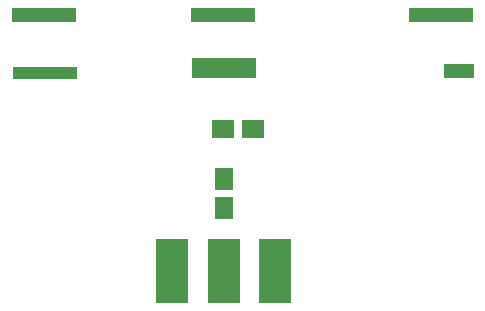
<source format=gbr>
G04 #@! TF.FileFunction,Soldermask,Top*
%FSLAX46Y46*%
G04 Gerber Fmt 4.6, Leading zero omitted, Abs format (unit mm)*
G04 Created by KiCad (PCBNEW 4.0.5) date 05/07/17 17:06:23*
%MOMM*%
%LPD*%
G01*
G04 APERTURE LIST*
%ADD10C,0.100000*%
%ADD11R,2.690000X5.480000*%
%ADD12R,2.820000X5.480000*%
%ADD13R,5.530000X1.290000*%
%ADD14R,2.560000X1.290000*%
%ADD15R,5.530000X1.790000*%
%ADD16R,5.530000X1.030000*%
%ADD17R,1.900000X1.650000*%
%ADD18R,1.650000X1.900000*%
G04 APERTURE END LIST*
D10*
D11*
X28500000Y2980000D03*
D12*
X24120000Y2980000D03*
X32880000Y2980000D03*
D13*
X28401100Y24696400D03*
D14*
X48401100Y19896400D03*
D15*
X28501100Y20146400D03*
D16*
X13401100Y19746400D03*
D13*
X46901100Y24696400D03*
X13301100Y24696400D03*
D17*
X28452200Y14999200D03*
X30952200Y14999200D03*
D18*
X28508400Y10813600D03*
X28508400Y8313600D03*
M02*

</source>
